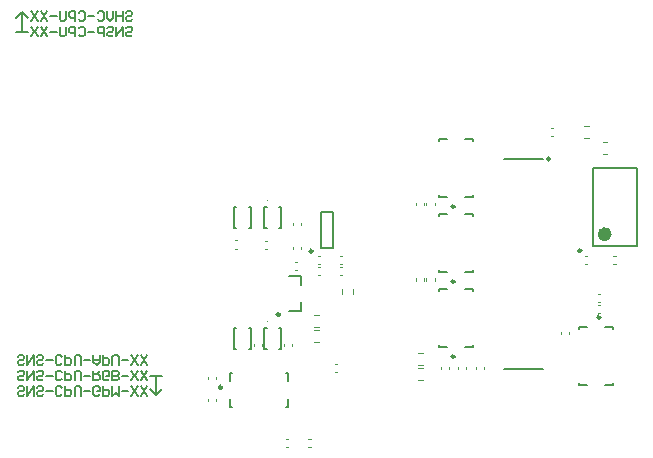
<source format=gbo>
G04*
G04 #@! TF.GenerationSoftware,Altium Limited,Altium Designer,21.7.2 (23)*
G04*
G04 Layer_Color=32896*
%FSAX44Y44*%
%MOMM*%
G71*
G04*
G04 #@! TF.SameCoordinates,B5B927FB-FC6E-4532-AB5B-D5DFAA1904DE*
G04*
G04*
G04 #@! TF.FilePolarity,Positive*
G04*
G01*
G75*
%ADD10C,0.2500*%
%ADD11C,0.2000*%
%ADD12C,0.1000*%
%ADD14C,0.1500*%
%ADD15C,0.1524*%
%ADD16C,0.0500*%
%ADD98C,0.6000*%
D10*
X00655500Y00726600D02*
G03*
X00655500Y00726600I-00001250J00000000D01*
G01*
X00683230Y00780240D02*
G03*
X00683230Y00780240I-00001250J00000000D01*
G01*
X00884250Y00858350D02*
G03*
X00884250Y00858350I-00001250J00000000D01*
G01*
X00910750Y00780600D02*
G03*
X00910750Y00780600I-00001250J00000000D01*
G01*
X00606600Y00664930D02*
G03*
X00606600Y00664930I-00001250J00000000D01*
G01*
X00803500Y00817850D02*
G03*
X00803500Y00817850I-00001250J00000000D01*
G01*
Y00754350D02*
G03*
X00803500Y00754350I-00001250J00000000D01*
G01*
Y00690850D02*
G03*
X00803500Y00690850I-00001250J00000000D01*
G01*
X00926820Y00724250D02*
G03*
X00926820Y00724250I-00001250J00000000D01*
G01*
D11*
X00663250Y00729600D02*
X00673250D01*
Y00737600D01*
X00663250Y00759600D02*
X00673250D01*
Y00751600D02*
Y00759600D01*
X00690730Y00782740D02*
X00700730D01*
X00690730Y00813740D02*
X00700730D01*
X00690730Y00782740D02*
Y00813740D01*
X00700730Y00782740D02*
Y00813740D01*
X00642500Y00799600D02*
Y00817600D01*
X00656500Y00799600D02*
Y00817600D01*
X00642500D02*
X00644250D01*
X00642500Y00799600D02*
X00644250D01*
X00654750Y00817600D02*
X00656500D01*
X00654750Y00799600D02*
X00656500D01*
X00920500Y00784600D02*
Y00850600D01*
X00957500Y00784600D02*
Y00850600D01*
X00920500Y00784600D02*
X00957500D01*
X00920500Y00850600D02*
X00957500D01*
X00629250Y00817600D02*
X00631000D01*
Y00799600D02*
Y00817600D01*
X00629250Y00799600D02*
X00631000D01*
X00617000Y00817600D02*
X00618750D01*
X00617000Y00799600D02*
X00618750D01*
X00617000D02*
Y00817600D01*
X00662350Y00670180D02*
Y00676930D01*
X00660600D02*
X00662350D01*
Y00647930D02*
Y00654680D01*
X00660600Y00647930D02*
X00662350D01*
X00613350D02*
X00615100D01*
X00613350D02*
Y00654680D01*
Y00670180D02*
Y00676930D01*
X00615100D01*
X00654750Y00697100D02*
X00656500D01*
X00654750Y00715100D02*
X00656500D01*
X00642500Y00697100D02*
X00644250D01*
X00642500Y00715100D02*
X00644250D01*
X00656500Y00697100D02*
Y00715100D01*
X00642500Y00697100D02*
Y00715100D01*
X00617000Y00697100D02*
Y00715100D01*
X00631000Y00697100D02*
Y00715100D01*
X00617000D02*
X00618750D01*
X00617000Y00697100D02*
X00618750D01*
X00629250Y00715100D02*
X00631000D01*
X00629250Y00697100D02*
X00631000D01*
X00790250Y00874850D02*
X00797000D01*
X00790250Y00873100D02*
Y00874850D01*
X00812500D02*
X00819250D01*
Y00873100D02*
Y00874850D01*
Y00825850D02*
Y00827600D01*
X00812500Y00825850D02*
X00819250D01*
X00790250D02*
X00797000D01*
X00790250D02*
Y00827600D01*
Y00811350D02*
X00797000D01*
X00790250Y00809600D02*
Y00811350D01*
X00812500D02*
X00819250D01*
Y00809600D02*
Y00811350D01*
Y00762350D02*
Y00764100D01*
X00812500Y00762350D02*
X00819250D01*
X00790250D02*
X00797000D01*
X00790250D02*
Y00764100D01*
Y00747850D02*
X00797000D01*
X00790250Y00746100D02*
Y00747850D01*
X00812500D02*
X00819250D01*
Y00746100D02*
Y00747850D01*
Y00698850D02*
Y00700600D01*
X00812500Y00698850D02*
X00819250D01*
X00790250D02*
X00797000D01*
X00790250D02*
Y00700600D01*
X00937570Y00714500D02*
Y00716250D01*
X00930820D02*
X00937570D01*
X00908570D02*
X00915320D01*
X00908570Y00714500D02*
Y00716250D01*
Y00667250D02*
Y00669000D01*
Y00667250D02*
X00915320D01*
X00937570D02*
Y00669000D01*
X00930820Y00667250D02*
X00937570D01*
D12*
X00644750Y00823100D02*
G03*
X00644750Y00823100I-00000500J00000000D01*
G01*
X00619250D02*
G03*
X00619250Y00823100I-00000500J00000000D01*
G01*
X00644750Y00720600D02*
G03*
X00644750Y00720600I-00000500J00000000D01*
G01*
X00619250Y00720600D02*
G03*
X00619250Y00720600I-00000500J00000000D01*
G01*
D14*
X00545751Y00663349D02*
X00550750Y00658350D01*
X00545750Y00674600D02*
X00555750D01*
X00437521Y00966099D02*
Y00982349D01*
X00550750Y00658350D02*
Y00674600D01*
Y00658350D02*
X00555749Y00663349D01*
X00432522Y00977350D02*
X00437521Y00982349D01*
X00442520Y00977350D01*
X00432521Y00966099D02*
X00442521D01*
X00525168Y00981961D02*
X00526501Y00983294D01*
X00529167D01*
X00530500Y00981961D01*
Y00980628D01*
X00529167Y00979296D01*
X00526501D01*
X00525168Y00977963D01*
Y00976630D01*
X00526501Y00975297D01*
X00529167D01*
X00530500Y00976630D01*
X00522503Y00983294D02*
Y00975297D01*
Y00979296D01*
X00517171D01*
Y00983294D01*
Y00975297D01*
X00514505Y00983294D02*
Y00977963D01*
X00511839Y00975297D01*
X00509174Y00977963D01*
Y00983294D01*
X00501176Y00981961D02*
X00502509Y00983294D01*
X00505175D01*
X00506508Y00981961D01*
Y00976630D01*
X00505175Y00975297D01*
X00502509D01*
X00501176Y00976630D01*
X00498510Y00979296D02*
X00493179D01*
X00485181Y00981961D02*
X00486514Y00983294D01*
X00489180D01*
X00490513Y00981961D01*
Y00976630D01*
X00489180Y00975297D01*
X00486514D01*
X00485181Y00976630D01*
X00482515Y00975297D02*
Y00983294D01*
X00478517D01*
X00477184Y00981961D01*
Y00979296D01*
X00478517Y00977963D01*
X00482515D01*
X00474518Y00983294D02*
Y00976630D01*
X00473185Y00975297D01*
X00470519D01*
X00469187Y00976630D01*
Y00983294D01*
X00466521Y00979296D02*
X00461189D01*
X00458523Y00983294D02*
X00453192Y00975297D01*
Y00983294D02*
X00458523Y00975297D01*
X00450526Y00983294D02*
X00445194Y00975297D01*
Y00983294D02*
X00450526Y00975297D01*
X00525168Y00968764D02*
X00526501Y00970097D01*
X00529167D01*
X00530500Y00968764D01*
Y00967432D01*
X00529167Y00966099D01*
X00526501D01*
X00525168Y00964766D01*
Y00963433D01*
X00526501Y00962100D01*
X00529167D01*
X00530500Y00963433D01*
X00522503Y00962100D02*
Y00970097D01*
X00517171Y00962100D01*
Y00970097D01*
X00509174Y00968764D02*
X00510507Y00970097D01*
X00513172D01*
X00514505Y00968764D01*
Y00967432D01*
X00513172Y00966099D01*
X00510507D01*
X00509174Y00964766D01*
Y00963433D01*
X00510507Y00962100D01*
X00513172D01*
X00514505Y00963433D01*
X00506508Y00962100D02*
Y00970097D01*
X00502509D01*
X00501176Y00968764D01*
Y00966099D01*
X00502509Y00964766D01*
X00506508D01*
X00498510Y00966099D02*
X00493179D01*
X00485181Y00968764D02*
X00486514Y00970097D01*
X00489180D01*
X00490513Y00968764D01*
Y00963433D01*
X00489180Y00962100D01*
X00486514D01*
X00485181Y00963433D01*
X00482515Y00962100D02*
Y00970097D01*
X00478517D01*
X00477184Y00968764D01*
Y00966099D01*
X00478517Y00964766D01*
X00482515D01*
X00474518Y00970097D02*
Y00963433D01*
X00473185Y00962100D01*
X00470519D01*
X00469187Y00963433D01*
Y00970097D01*
X00466521Y00966099D02*
X00461189D01*
X00458523Y00970097D02*
X00453192Y00962100D01*
Y00970097D02*
X00458523Y00962100D01*
X00450526Y00970097D02*
X00445194Y00962100D01*
Y00970097D02*
X00450526Y00962100D01*
X00439082Y00659041D02*
X00437749Y00657708D01*
X00435083D01*
X00433750Y00659041D01*
Y00660374D01*
X00435083Y00661707D01*
X00437749D01*
X00439082Y00663040D01*
Y00664372D01*
X00437749Y00665705D01*
X00435083D01*
X00433750Y00664372D01*
X00441748Y00665705D02*
Y00657708D01*
X00447079Y00665705D01*
Y00657708D01*
X00455077Y00659041D02*
X00453744Y00657708D01*
X00451078D01*
X00449745Y00659041D01*
Y00660374D01*
X00451078Y00661707D01*
X00453744D01*
X00455077Y00663040D01*
Y00664372D01*
X00453744Y00665705D01*
X00451078D01*
X00449745Y00664372D01*
X00457743Y00661707D02*
X00463074D01*
X00471072Y00659041D02*
X00469739Y00657708D01*
X00467073D01*
X00465740Y00659041D01*
Y00664372D01*
X00467073Y00665705D01*
X00469739D01*
X00471072Y00664372D01*
X00473737Y00665705D02*
Y00657708D01*
X00477736D01*
X00479069Y00659041D01*
Y00661707D01*
X00477736Y00663040D01*
X00473737D01*
X00481735Y00657708D02*
Y00664372D01*
X00483068Y00665705D01*
X00485733D01*
X00487066Y00664372D01*
Y00657708D01*
X00489732Y00661707D02*
X00495064D01*
X00503061Y00659041D02*
X00501728Y00657708D01*
X00499062D01*
X00497730Y00659041D01*
Y00664372D01*
X00499062Y00665705D01*
X00501728D01*
X00503061Y00664372D01*
Y00661707D01*
X00500395D01*
X00505727Y00665705D02*
Y00657708D01*
X00509726D01*
X00511059Y00659041D01*
Y00661707D01*
X00509726Y00663040D01*
X00505727D01*
X00513724Y00665705D02*
Y00657708D01*
X00516390Y00660374D01*
X00519056Y00657708D01*
Y00665705D01*
X00521722Y00661707D02*
X00527053D01*
X00529719Y00657708D02*
X00535051Y00665705D01*
Y00657708D02*
X00529719Y00665705D01*
X00537717Y00657708D02*
X00543048Y00665705D01*
Y00657708D02*
X00537717Y00665705D01*
X00439082Y00672238D02*
X00437749Y00670905D01*
X00435083D01*
X00433750Y00672238D01*
Y00673571D01*
X00435083Y00674903D01*
X00437749D01*
X00439082Y00676236D01*
Y00677569D01*
X00437749Y00678902D01*
X00435083D01*
X00433750Y00677569D01*
X00441748Y00678902D02*
Y00670905D01*
X00447079Y00678902D01*
Y00670905D01*
X00455077Y00672238D02*
X00453744Y00670905D01*
X00451078D01*
X00449745Y00672238D01*
Y00673571D01*
X00451078Y00674903D01*
X00453744D01*
X00455077Y00676236D01*
Y00677569D01*
X00453744Y00678902D01*
X00451078D01*
X00449745Y00677569D01*
X00457743Y00674903D02*
X00463074D01*
X00471072Y00672238D02*
X00469739Y00670905D01*
X00467073D01*
X00465740Y00672238D01*
Y00677569D01*
X00467073Y00678902D01*
X00469739D01*
X00471072Y00677569D01*
X00473737Y00678902D02*
Y00670905D01*
X00477736D01*
X00479069Y00672238D01*
Y00674903D01*
X00477736Y00676236D01*
X00473737D01*
X00481735Y00670905D02*
Y00677569D01*
X00483068Y00678902D01*
X00485733D01*
X00487066Y00677569D01*
Y00670905D01*
X00489732Y00674903D02*
X00495064D01*
X00497730Y00678902D02*
Y00670905D01*
X00501728D01*
X00503061Y00672238D01*
Y00674903D01*
X00501728Y00676236D01*
X00497730D01*
X00500395D02*
X00503061Y00678902D01*
X00511059Y00672238D02*
X00509726Y00670905D01*
X00507060D01*
X00505727Y00672238D01*
Y00677569D01*
X00507060Y00678902D01*
X00509726D01*
X00511059Y00677569D01*
Y00674903D01*
X00508393D01*
X00513724Y00670905D02*
Y00678902D01*
X00517723D01*
X00519056Y00677569D01*
Y00676236D01*
X00517723Y00674903D01*
X00513724D01*
X00517723D01*
X00519056Y00673571D01*
Y00672238D01*
X00517723Y00670905D01*
X00513724D01*
X00521722Y00674903D02*
X00527053D01*
X00529719Y00670905D02*
X00535051Y00678902D01*
Y00670905D02*
X00529719Y00678902D01*
X00537717Y00670905D02*
X00543048Y00678902D01*
Y00670905D02*
X00537717Y00678902D01*
X00439082Y00685434D02*
X00437749Y00684102D01*
X00435083D01*
X00433750Y00685434D01*
Y00686768D01*
X00435083Y00688100D01*
X00437749D01*
X00439082Y00689433D01*
Y00690766D01*
X00437749Y00692099D01*
X00435083D01*
X00433750Y00690766D01*
X00441748Y00692099D02*
Y00684102D01*
X00447079Y00692099D01*
Y00684102D01*
X00455077Y00685434D02*
X00453744Y00684102D01*
X00451078D01*
X00449745Y00685434D01*
Y00686768D01*
X00451078Y00688100D01*
X00453744D01*
X00455077Y00689433D01*
Y00690766D01*
X00453744Y00692099D01*
X00451078D01*
X00449745Y00690766D01*
X00457743Y00688100D02*
X00463074D01*
X00471072Y00685434D02*
X00469739Y00684102D01*
X00467073D01*
X00465740Y00685434D01*
Y00690766D01*
X00467073Y00692099D01*
X00469739D01*
X00471072Y00690766D01*
X00473737Y00692099D02*
Y00684102D01*
X00477736D01*
X00479069Y00685434D01*
Y00688100D01*
X00477736Y00689433D01*
X00473737D01*
X00481735Y00684102D02*
Y00690766D01*
X00483068Y00692099D01*
X00485733D01*
X00487066Y00690766D01*
Y00684102D01*
X00489732Y00688100D02*
X00495064D01*
X00497730Y00692099D02*
Y00686768D01*
X00500395Y00684102D01*
X00503061Y00686768D01*
Y00692099D01*
Y00688100D01*
X00497730D01*
X00505727Y00692099D02*
Y00684102D01*
X00509726D01*
X00511059Y00685434D01*
Y00688100D01*
X00509726Y00689433D01*
X00505727D01*
X00513724Y00684102D02*
Y00690766D01*
X00515057Y00692099D01*
X00517723D01*
X00519056Y00690766D01*
Y00684102D01*
X00521722Y00688100D02*
X00527053D01*
X00529719Y00684102D02*
X00535051Y00692099D01*
Y00684102D02*
X00529719Y00692099D01*
X00537717Y00684102D02*
X00543048Y00692099D01*
Y00684102D02*
X00537717Y00692099D01*
D15*
X00845500Y00858350D02*
X00878000D01*
X00845500Y00680850D02*
X00878000D01*
D16*
X00702250Y00677600D02*
X00704250D01*
X00702250Y00684600D02*
X00704250D01*
X00884750Y00884350D02*
X00886750D01*
X00884750Y00877350D02*
X00886750D01*
X00601750Y00671850D02*
Y00673850D01*
X00594750Y00671850D02*
Y00673850D01*
X00913250Y00875850D02*
X00917250D01*
X00913250Y00885850D02*
X00917250D01*
X00633250Y00699850D02*
Y00701850D01*
X00640250Y00699850D02*
Y00701850D01*
X00660750Y00614600D02*
X00662750D01*
X00660750Y00621600D02*
X00662750D01*
X00679750Y00614600D02*
X00681750D01*
X00679750Y00621600D02*
X00681750D01*
X00687500Y00760100D02*
X00689500D01*
X00687500Y00767100D02*
X00689500D01*
X00684500Y00703100D02*
X00688500D01*
X00684500Y00713100D02*
X00688500D01*
X00684500Y00716100D02*
X00688500D01*
X00684500Y00726100D02*
X00688500D01*
X00668000Y00771100D02*
X00670000D01*
X00668000Y00764100D02*
X00670000D01*
X00893750Y00709850D02*
Y00711850D01*
X00900750Y00709850D02*
Y00711850D01*
X00706250Y00760100D02*
X00708250D01*
X00706250Y00767100D02*
X00708250D01*
X00687500Y00776100D02*
X00689500D01*
X00687500Y00769100D02*
X00689500D01*
X00772750Y00681100D02*
X00776750D01*
X00772750Y00671100D02*
X00776750D01*
X00772750Y00693850D02*
X00776750D01*
X00772750Y00683850D02*
X00776750D01*
X00928750Y00862850D02*
X00932750D01*
X00928750Y00872850D02*
X00932750D01*
X00717750Y00744100D02*
Y00748100D01*
X00707750Y00744100D02*
Y00748100D01*
X00925000Y00736850D02*
X00927000D01*
X00925000Y00743850D02*
X00927000D01*
X00777750Y00819350D02*
Y00821350D01*
X00770750Y00819350D02*
Y00821350D01*
Y00755350D02*
Y00757350D01*
X00777750Y00755350D02*
Y00757350D01*
X00791750Y00680350D02*
Y00682350D01*
X00798750Y00680350D02*
Y00682350D01*
X00938000Y00776350D02*
X00940000D01*
X00938000Y00769350D02*
X00940000D01*
X00673250Y00802100D02*
Y00804100D01*
X00666250Y00802100D02*
Y00804100D01*
X00706250Y00776100D02*
X00708250D01*
X00706250Y00769100D02*
X00708250D01*
X00643000Y00789100D02*
X00645000D01*
X00643000Y00782100D02*
X00645000D01*
X00617500Y00789350D02*
X00619500D01*
X00617500Y00782350D02*
X00619500D01*
X00665750Y00699850D02*
Y00701850D01*
X00658750Y00699850D02*
Y00701850D01*
X00925000Y00734850D02*
X00927000D01*
X00925000Y00727850D02*
X00927000D01*
X00594750Y00653350D02*
Y00655350D01*
X00601750Y00653350D02*
Y00655350D01*
X00779500Y00819350D02*
Y00821350D01*
X00786500Y00819350D02*
Y00821350D01*
Y00755350D02*
Y00757350D01*
X00779500Y00755350D02*
Y00757350D01*
X00813500Y00680350D02*
Y00682350D01*
X00806500Y00680350D02*
Y00682350D01*
X00821250Y00680350D02*
Y00682350D01*
X00828250Y00680350D02*
Y00682350D01*
X00914000Y00769350D02*
X00916000D01*
X00914000Y00776350D02*
X00916000D01*
X00673250Y00782100D02*
Y00784100D01*
X00666250Y00782100D02*
Y00784100D01*
D98*
X00933500Y00794600D02*
G03*
X00933500Y00794600I-00003000J00000000D01*
G01*
M02*

</source>
